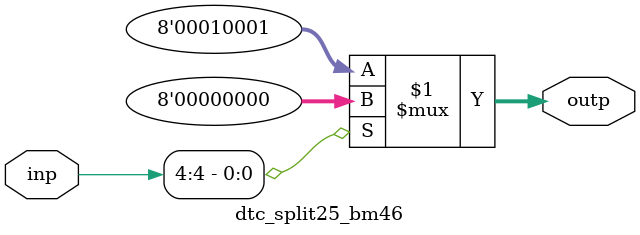
<source format=v>
module dtc_split25_bm46 (
	input  wire [5-1:0] inp,
	output wire [8-1:0] outp
);


	assign outp = (inp[4]) ? 8'b00000000 : 8'b00010001;

endmodule
</source>
